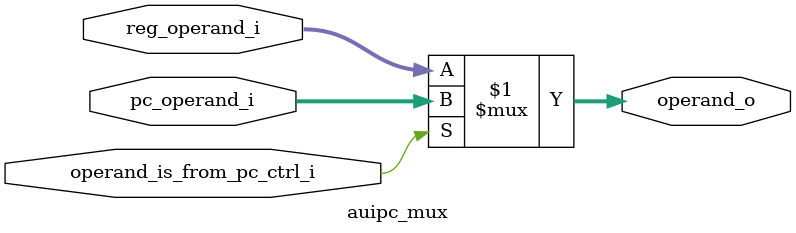
<source format=sv>
module auipc_mux #(
    parameter DATA_WIDTH = 32
) (
    input wire [DATA_WIDTH-1:0] pc_operand_i,
    input wire [DATA_WIDTH-1:0] reg_operand_i,
    input wire operand_is_from_pc_ctrl_i,
    output wire [DATA_WIDTH-1:0] operand_o
);

assign operand_o = operand_is_from_pc_ctrl_i ? pc_operand_i : reg_operand_i;

endmodule
</source>
